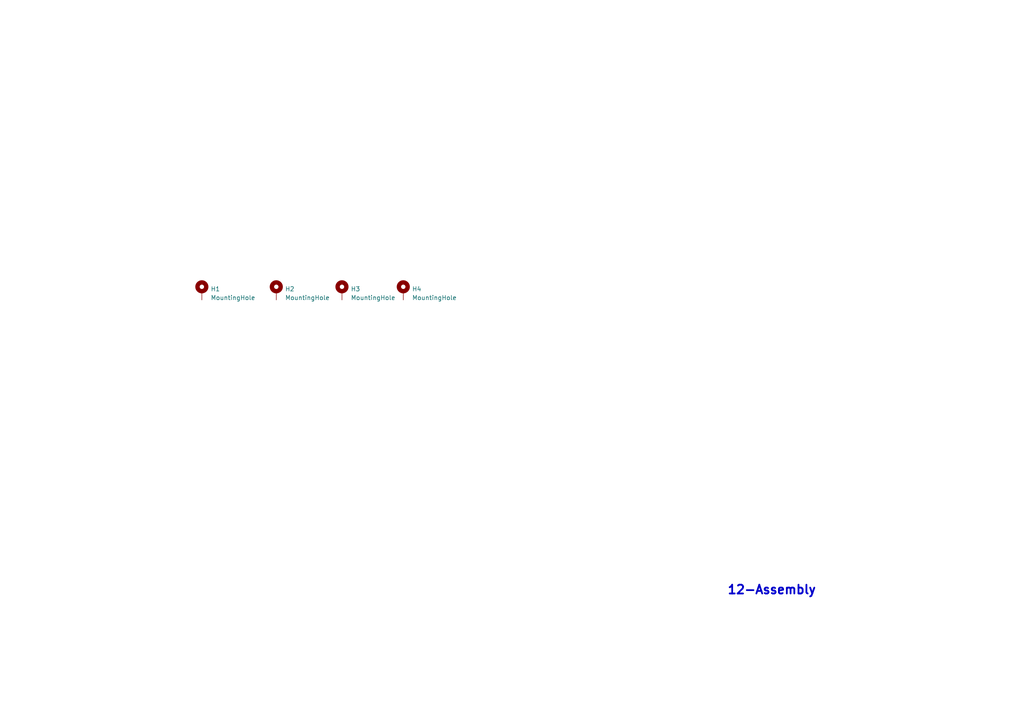
<source format=kicad_sch>
(kicad_sch (version 20230121) (generator eeschema)
  (paper "A4")
  (lib_symbols
    (symbol "01-HPM-Peripheral:MountingHole_Pad" (pin_numbers hide) (pin_names (offset 1.016) hide)
      (property "Reference" "H2" (at -1.27 7.62 0))
      (symbol "MountingHole_Pad_0_1"
        (circle (center 0 1.27) (radius 1.27) (stroke (width 1.27)))
      )
      (symbol "MountingHole_Pad_1_1"
        (pin input line (at 0 -2.54 90) (length 2.54) (name "1") (number "1"))
      )
    )
  )
  (text "12-Assembly" (at 210.82 172.72 0) (effects (font (size 2.54 2.54) (thickness 0.508) bold) (justify left bottom)))
  (symbol (lib_id "01-HPM-Peripheral:MountingHole_Pad") (at 99.187 84.455 0) (unit 1)
    (property "Reference" "H3" (at 101.727 83.82 0) (effects (justify left)))
    (property "Value" "MountingHole" (at 101.727 86.36 0) (effects (justify left)))
    (property "Footprint" "01_HPM_Peripheral:MountingHole_3.2mm_M3_Pad" (effects hide))
  )
  (symbol (lib_id "01-HPM-Peripheral:MountingHole_Pad") (at 58.547 84.455 0) (unit 1)
    (property "Reference" "H1" (at 61.087 83.82 0) (effects (justify left)))
    (property "Value" "MountingHole" (at 61.087 86.36 0) (effects (justify left)))
    (property "Footprint" "01_HPM_Peripheral:MountingHole_3.2mm_M3_Pad" (effects hide))
  )
  (symbol (lib_id "01-HPM-Peripheral:MountingHole_Pad") (at 116.967 84.455 0) (unit 1)
    (property "Reference" "H4" (at 119.507 83.82 0) (effects (justify left)))
    (property "Value" "MountingHole" (at 119.507 86.36 0) (effects (justify left)))
    (property "Footprint" "01_HPM_Peripheral:MountingHole_3.2mm_M3_Pad" (effects hide))
  )
  (symbol (lib_id "01-HPM-Peripheral:MountingHole_Pad") (at 80.137 84.455 0) (unit 1)
    (property "Reference" "H2" (at 82.677 83.82 0) (effects (justify left)))
    (property "Value" "MountingHole" (at 82.677 86.36 0) (effects (justify left)))
    (property "Footprint" "01_HPM_Peripheral:MountingHole_3.2mm_M3_Pad" (effects hide))
  )
)
</source>
